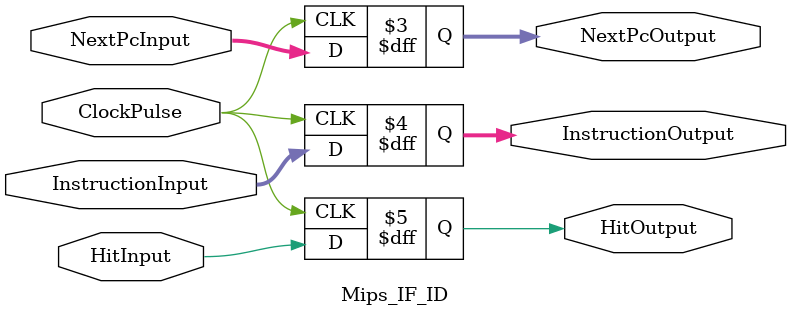
<source format=v>
`timescale 1ns / 1ps

module Mips_IF_ID(ClockPulse , NextPcInput , InstructionInput , HitInput,NextPcOutput, InstructionOutput , HitOutput);


	// Acording To Project Documentation: 
		
	input 	[31:0] InstructionInput;
	input 	HitInput;
	input 	ClockPulse;
	input 	[31:0] NextPcInput;
	
	output	reg [31:0] NextPcOutput;
	output  	reg [31:0] InstructionOutput;
	output   reg HitOutput;
	
	initial
	begin
		InstructionOutput = 32'bx;
	end
	
	always @(negedge ClockPulse ) // 1 -> 0
	begin
			InstructionOutput = InstructionInput;
			NextPcOutput = NextPcInput;
			HitOutput = HitInput;	
	end


endmodule

</source>
